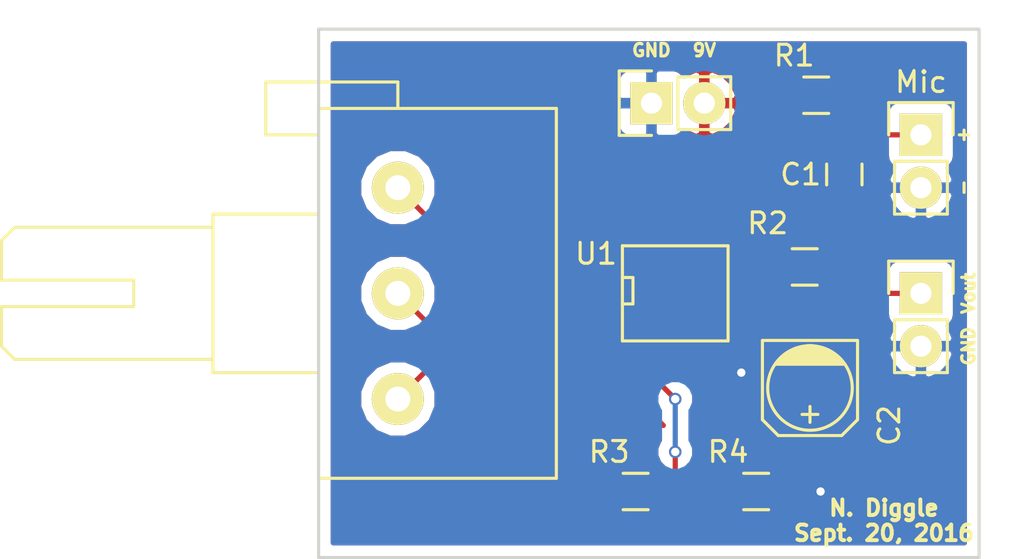
<source format=kicad_pcb>
(kicad_pcb (version 4) (host pcbnew 4.0.2-stable)

  (general
    (links 18)
    (no_connects 1)
    (area 126.924999 88.824999 158.825001 114.375001)
    (thickness 1.6)
    (drawings 11)
    (tracks 37)
    (zones 0)
    (modules 11)
    (nets 9)
  )

  (page A4)
  (layers
    (0 F.Cu signal)
    (31 B.Cu signal)
    (32 B.Adhes user)
    (33 F.Adhes user)
    (34 B.Paste user)
    (35 F.Paste user)
    (36 B.SilkS user)
    (37 F.SilkS user)
    (38 B.Mask user)
    (39 F.Mask user)
    (40 Dwgs.User user)
    (41 Cmts.User user)
    (42 Eco1.User user)
    (43 Eco2.User user)
    (44 Edge.Cuts user)
    (45 Margin user)
    (46 B.CrtYd user)
    (47 F.CrtYd user)
    (48 B.Fab user)
    (49 F.Fab user)
  )

  (setup
    (last_trace_width 0.25)
    (trace_clearance 0.2)
    (zone_clearance 0.508)
    (zone_45_only no)
    (trace_min 0.2)
    (segment_width 0.2)
    (edge_width 0.15)
    (via_size 0.6)
    (via_drill 0.4)
    (via_min_size 0.4)
    (via_min_drill 0.3)
    (uvia_size 0.3)
    (uvia_drill 0.1)
    (uvias_allowed no)
    (uvia_min_size 0.2)
    (uvia_min_drill 0.1)
    (pcb_text_width 0.3)
    (pcb_text_size 1.5 1.5)
    (mod_edge_width 0.15)
    (mod_text_size 1 1)
    (mod_text_width 0.15)
    (pad_size 1.524 1.524)
    (pad_drill 0.762)
    (pad_to_mask_clearance 0.2)
    (aux_axis_origin 0 0)
    (visible_elements 7FFEFFFF)
    (pcbplotparams
      (layerselection 0x00030_80000001)
      (usegerberextensions false)
      (excludeedgelayer true)
      (linewidth 0.100000)
      (plotframeref false)
      (viasonmask false)
      (mode 1)
      (useauxorigin false)
      (hpglpennumber 1)
      (hpglpenspeed 20)
      (hpglpendiameter 15)
      (hpglpenoverlay 2)
      (psnegative false)
      (psa4output false)
      (plotreference true)
      (plotvalue true)
      (plotinvisibletext false)
      (padsonsilk false)
      (subtractmaskfromsilk false)
      (outputformat 1)
      (mirror false)
      (drillshape 1)
      (scaleselection 1)
      (outputdirectory ""))
  )

  (net 0 "")
  (net 1 "Net-(C1-Pad1)")
  (net 2 /Vin)
  (net 3 /Vfb)
  (net 4 GND)
  (net 5 +9V)
  (net 6 /V+)
  (net 7 /V-)
  (net 8 /Vout)

  (net_class Default "This is the default net class."
    (clearance 0.2)
    (trace_width 0.25)
    (via_dia 0.6)
    (via_drill 0.4)
    (uvia_dia 0.3)
    (uvia_drill 0.1)
    (add_net +9V)
    (add_net /V+)
    (add_net /V-)
    (add_net /Vfb)
    (add_net /Vin)
    (add_net /Vout)
    (add_net GND)
    (add_net "Net-(C1-Pad1)")
  )

  (module Capacitors_SMD:C_0805_HandSoldering (layer F.Cu) (tedit 541A9B8D) (tstamp 57E17F8E)
    (at 152.273 95.885 90)
    (descr "Capacitor SMD 0805, hand soldering")
    (tags "capacitor 0805")
    (path /57E16CB7)
    (attr smd)
    (fp_text reference C1 (at 0 -2.1 180) (layer F.SilkS)
      (effects (font (size 1 1) (thickness 0.15)))
    )
    (fp_text value 0.1uF (at 0 2.1 90) (layer F.Fab)
      (effects (font (size 1 1) (thickness 0.15)))
    )
    (fp_line (start -2.3 -1) (end 2.3 -1) (layer F.CrtYd) (width 0.05))
    (fp_line (start -2.3 1) (end 2.3 1) (layer F.CrtYd) (width 0.05))
    (fp_line (start -2.3 -1) (end -2.3 1) (layer F.CrtYd) (width 0.05))
    (fp_line (start 2.3 -1) (end 2.3 1) (layer F.CrtYd) (width 0.05))
    (fp_line (start 0.5 -0.85) (end -0.5 -0.85) (layer F.SilkS) (width 0.15))
    (fp_line (start -0.5 0.85) (end 0.5 0.85) (layer F.SilkS) (width 0.15))
    (pad 1 smd rect (at -1.25 0 90) (size 1.5 1.25) (layers F.Cu F.Paste F.Mask)
      (net 1 "Net-(C1-Pad1)"))
    (pad 2 smd rect (at 1.25 0 90) (size 1.5 1.25) (layers F.Cu F.Paste F.Mask)
      (net 2 /Vin))
    (model Capacitors_SMD.3dshapes/C_0805_HandSoldering.wrl
      (at (xyz 0 0 0))
      (scale (xyz 1 1 1))
      (rotate (xyz 0 0 0))
    )
  )

  (module Capacitors_SMD:c_elec_4x5.3 (layer F.Cu) (tedit 556FDE77) (tstamp 57E17F94)
    (at 150.622 106.14914 270)
    (descr "SMT capacitor, aluminium electrolytic, 4x5.3")
    (path /57E17350)
    (attr smd)
    (fp_text reference C2 (at 1.80086 -3.81 270) (layer F.SilkS)
      (effects (font (size 1 1) (thickness 0.15)))
    )
    (fp_text value 4.7uF (at 0 3.175 270) (layer F.Fab)
      (effects (font (size 1 1) (thickness 0.15)))
    )
    (fp_line (start -3.35 -2.65) (end 3.35 -2.65) (layer F.CrtYd) (width 0.05))
    (fp_line (start 3.35 -2.65) (end 3.35 2.65) (layer F.CrtYd) (width 0.05))
    (fp_line (start 3.35 2.65) (end -3.35 2.65) (layer F.CrtYd) (width 0.05))
    (fp_line (start -3.35 2.65) (end -3.35 -2.65) (layer F.CrtYd) (width 0.05))
    (fp_line (start 1.651 0) (end 0.889 0) (layer F.SilkS) (width 0.15))
    (fp_line (start 1.27 -0.381) (end 1.27 0.381) (layer F.SilkS) (width 0.15))
    (fp_line (start 1.524 2.286) (end -2.286 2.286) (layer F.SilkS) (width 0.15))
    (fp_line (start 2.286 -1.524) (end 2.286 1.524) (layer F.SilkS) (width 0.15))
    (fp_line (start 1.524 2.286) (end 2.286 1.524) (layer F.SilkS) (width 0.15))
    (fp_line (start 1.524 -2.286) (end -2.286 -2.286) (layer F.SilkS) (width 0.15))
    (fp_line (start 1.524 -2.286) (end 2.286 -1.524) (layer F.SilkS) (width 0.15))
    (fp_line (start -2.032 0.127) (end -2.032 -0.127) (layer F.SilkS) (width 0.15))
    (fp_line (start -1.905 -0.635) (end -1.905 0.635) (layer F.SilkS) (width 0.15))
    (fp_line (start -1.778 0.889) (end -1.778 -0.889) (layer F.SilkS) (width 0.15))
    (fp_line (start -1.651 1.143) (end -1.651 -1.143) (layer F.SilkS) (width 0.15))
    (fp_line (start -1.524 -1.27) (end -1.524 1.27) (layer F.SilkS) (width 0.15))
    (fp_line (start -1.397 1.397) (end -1.397 -1.397) (layer F.SilkS) (width 0.15))
    (fp_line (start -1.27 -1.524) (end -1.27 1.524) (layer F.SilkS) (width 0.15))
    (fp_line (start -1.143 -1.651) (end -1.143 1.651) (layer F.SilkS) (width 0.15))
    (fp_line (start -2.286 -2.286) (end -2.286 2.286) (layer F.SilkS) (width 0.15))
    (fp_circle (center 0 0) (end -2.032 0) (layer F.SilkS) (width 0.15))
    (pad 1 smd rect (at 1.80086 0 270) (size 2.60096 1.6002) (layers F.Cu F.Paste F.Mask)
      (net 3 /Vfb))
    (pad 2 smd rect (at -1.80086 0 270) (size 2.60096 1.6002) (layers F.Cu F.Paste F.Mask)
      (net 8 /Vout))
    (model Capacitors_SMD.3dshapes/c_elec_4x5.3.wrl
      (at (xyz 0 0 0))
      (scale (xyz 1 1 1))
      (rotate (xyz 0 0 0))
    )
  )

  (module Pin_Headers:Pin_Header_Straight_1x02 (layer F.Cu) (tedit 57E17BEF) (tstamp 57E17F9A)
    (at 155.956 93.98)
    (descr "Through hole pin header")
    (tags "pin header")
    (path /57E16C1D)
    (fp_text reference Mic (at 0 -2.54 180) (layer F.SilkS)
      (effects (font (size 1 1) (thickness 0.15)))
    )
    (fp_text value EM-6022P (at 0 -3.1) (layer F.Fab)
      (effects (font (size 1 1) (thickness 0.15)))
    )
    (fp_line (start 1.27 1.27) (end 1.27 3.81) (layer F.SilkS) (width 0.15))
    (fp_line (start 1.55 -1.55) (end 1.55 0) (layer F.SilkS) (width 0.15))
    (fp_line (start -1.75 -1.75) (end -1.75 4.3) (layer F.CrtYd) (width 0.05))
    (fp_line (start 1.75 -1.75) (end 1.75 4.3) (layer F.CrtYd) (width 0.05))
    (fp_line (start -1.75 -1.75) (end 1.75 -1.75) (layer F.CrtYd) (width 0.05))
    (fp_line (start -1.75 4.3) (end 1.75 4.3) (layer F.CrtYd) (width 0.05))
    (fp_line (start 1.27 1.27) (end -1.27 1.27) (layer F.SilkS) (width 0.15))
    (fp_line (start -1.55 0) (end -1.55 -1.55) (layer F.SilkS) (width 0.15))
    (fp_line (start -1.55 -1.55) (end 1.55 -1.55) (layer F.SilkS) (width 0.15))
    (fp_line (start -1.27 1.27) (end -1.27 3.81) (layer F.SilkS) (width 0.15))
    (fp_line (start -1.27 3.81) (end 1.27 3.81) (layer F.SilkS) (width 0.15))
    (pad 1 thru_hole rect (at 0 0) (size 2.032 2.032) (drill 1.016) (layers *.Cu *.Mask F.SilkS)
      (net 2 /Vin))
    (pad 2 thru_hole oval (at 0 2.54) (size 2.032 2.032) (drill 1.016) (layers *.Cu *.Mask F.SilkS)
      (net 4 GND))
    (model Pin_Headers.3dshapes/Pin_Header_Straight_1x02.wrl
      (at (xyz 0 -0.05 0))
      (scale (xyz 1 1 1))
      (rotate (xyz 0 0 90))
    )
  )

  (module Pin_Headers:Pin_Header_Straight_1x02 (layer F.Cu) (tedit 57E17C78) (tstamp 57E17FA0)
    (at 143.002 92.456 90)
    (descr "Through hole pin header")
    (tags "pin header")
    (path /57E17D9E)
    (fp_text reference P1 (at 1.651 -3.175 180) (layer F.SilkS) hide
      (effects (font (size 1 1) (thickness 0.15)))
    )
    (fp_text value CONN_01X02 (at 0 -3.1 90) (layer F.Fab)
      (effects (font (size 1 1) (thickness 0.15)))
    )
    (fp_line (start 1.27 1.27) (end 1.27 3.81) (layer F.SilkS) (width 0.15))
    (fp_line (start 1.55 -1.55) (end 1.55 0) (layer F.SilkS) (width 0.15))
    (fp_line (start -1.75 -1.75) (end -1.75 4.3) (layer F.CrtYd) (width 0.05))
    (fp_line (start 1.75 -1.75) (end 1.75 4.3) (layer F.CrtYd) (width 0.05))
    (fp_line (start -1.75 -1.75) (end 1.75 -1.75) (layer F.CrtYd) (width 0.05))
    (fp_line (start -1.75 4.3) (end 1.75 4.3) (layer F.CrtYd) (width 0.05))
    (fp_line (start 1.27 1.27) (end -1.27 1.27) (layer F.SilkS) (width 0.15))
    (fp_line (start -1.55 0) (end -1.55 -1.55) (layer F.SilkS) (width 0.15))
    (fp_line (start -1.55 -1.55) (end 1.55 -1.55) (layer F.SilkS) (width 0.15))
    (fp_line (start -1.27 1.27) (end -1.27 3.81) (layer F.SilkS) (width 0.15))
    (fp_line (start -1.27 3.81) (end 1.27 3.81) (layer F.SilkS) (width 0.15))
    (pad 1 thru_hole rect (at 0 0 90) (size 2.032 2.032) (drill 1.016) (layers *.Cu *.Mask F.SilkS)
      (net 4 GND))
    (pad 2 thru_hole oval (at 0 2.54 90) (size 2.032 2.032) (drill 1.016) (layers *.Cu *.Mask F.SilkS)
      (net 5 +9V))
    (model Pin_Headers.3dshapes/Pin_Header_Straight_1x02.wrl
      (at (xyz 0 -0.05 0))
      (scale (xyz 1 1 1))
      (rotate (xyz 0 0 90))
    )
  )

  (module Pin_Headers:Pin_Header_Straight_1x02 (layer F.Cu) (tedit 54EA090C) (tstamp 57E17FA6)
    (at 155.956 101.6)
    (descr "Through hole pin header")
    (tags "pin header")
    (path /57E17E93)
    (fp_text reference P2 (at 0 -5.1) (layer F.SilkS)
      (effects (font (size 1 1) (thickness 0.15)))
    )
    (fp_text value CONN_01X02 (at 0 -3.1) (layer F.Fab)
      (effects (font (size 1 1) (thickness 0.15)))
    )
    (fp_line (start 1.27 1.27) (end 1.27 3.81) (layer F.SilkS) (width 0.15))
    (fp_line (start 1.55 -1.55) (end 1.55 0) (layer F.SilkS) (width 0.15))
    (fp_line (start -1.75 -1.75) (end -1.75 4.3) (layer F.CrtYd) (width 0.05))
    (fp_line (start 1.75 -1.75) (end 1.75 4.3) (layer F.CrtYd) (width 0.05))
    (fp_line (start -1.75 -1.75) (end 1.75 -1.75) (layer F.CrtYd) (width 0.05))
    (fp_line (start -1.75 4.3) (end 1.75 4.3) (layer F.CrtYd) (width 0.05))
    (fp_line (start 1.27 1.27) (end -1.27 1.27) (layer F.SilkS) (width 0.15))
    (fp_line (start -1.55 0) (end -1.55 -1.55) (layer F.SilkS) (width 0.15))
    (fp_line (start -1.55 -1.55) (end 1.55 -1.55) (layer F.SilkS) (width 0.15))
    (fp_line (start -1.27 1.27) (end -1.27 3.81) (layer F.SilkS) (width 0.15))
    (fp_line (start -1.27 3.81) (end 1.27 3.81) (layer F.SilkS) (width 0.15))
    (pad 1 thru_hole rect (at 0 0) (size 2.032 2.032) (drill 1.016) (layers *.Cu *.Mask F.SilkS)
      (net 8 /Vout))
    (pad 2 thru_hole oval (at 0 2.54) (size 2.032 2.032) (drill 1.016) (layers *.Cu *.Mask F.SilkS)
      (net 4 GND))
    (model Pin_Headers.3dshapes/Pin_Header_Straight_1x02.wrl
      (at (xyz 0 -0.05 0))
      (scale (xyz 1 1 1))
      (rotate (xyz 0 0 90))
    )
  )

  (module Resistors_SMD:R_0805_HandSoldering (layer F.Cu) (tedit 54189DEE) (tstamp 57E17FAC)
    (at 150.923 92.075)
    (descr "Resistor SMD 0805, hand soldering")
    (tags "resistor 0805")
    (path /57E16E0D)
    (attr smd)
    (fp_text reference R1 (at -1.063 -1.905) (layer F.SilkS)
      (effects (font (size 1 1) (thickness 0.15)))
    )
    (fp_text value 10k (at 0 2.1) (layer F.Fab)
      (effects (font (size 1 1) (thickness 0.15)))
    )
    (fp_line (start -2.4 -1) (end 2.4 -1) (layer F.CrtYd) (width 0.05))
    (fp_line (start -2.4 1) (end 2.4 1) (layer F.CrtYd) (width 0.05))
    (fp_line (start -2.4 -1) (end -2.4 1) (layer F.CrtYd) (width 0.05))
    (fp_line (start 2.4 -1) (end 2.4 1) (layer F.CrtYd) (width 0.05))
    (fp_line (start 0.6 0.875) (end -0.6 0.875) (layer F.SilkS) (width 0.15))
    (fp_line (start -0.6 -0.875) (end 0.6 -0.875) (layer F.SilkS) (width 0.15))
    (pad 1 smd rect (at -1.35 0) (size 1.5 1.3) (layers F.Cu F.Paste F.Mask)
      (net 5 +9V))
    (pad 2 smd rect (at 1.35 0) (size 1.5 1.3) (layers F.Cu F.Paste F.Mask)
      (net 2 /Vin))
    (model Resistors_SMD.3dshapes/R_0805_HandSoldering.wrl
      (at (xyz 0 0 0))
      (scale (xyz 1 1 1))
      (rotate (xyz 0 0 0))
    )
  )

  (module Resistors_SMD:R_0805_HandSoldering (layer F.Cu) (tedit 54189DEE) (tstamp 57E17FB2)
    (at 150.368 100.33)
    (descr "Resistor SMD 0805, hand soldering")
    (tags "resistor 0805")
    (path /57E16E44)
    (attr smd)
    (fp_text reference R2 (at -1.778 -2.1) (layer F.SilkS)
      (effects (font (size 1 1) (thickness 0.15)))
    )
    (fp_text value 1k (at 0 2.1) (layer F.Fab)
      (effects (font (size 1 1) (thickness 0.15)))
    )
    (fp_line (start -2.4 -1) (end 2.4 -1) (layer F.CrtYd) (width 0.05))
    (fp_line (start -2.4 1) (end 2.4 1) (layer F.CrtYd) (width 0.05))
    (fp_line (start -2.4 -1) (end -2.4 1) (layer F.CrtYd) (width 0.05))
    (fp_line (start 2.4 -1) (end 2.4 1) (layer F.CrtYd) (width 0.05))
    (fp_line (start 0.6 0.875) (end -0.6 0.875) (layer F.SilkS) (width 0.15))
    (fp_line (start -0.6 -0.875) (end 0.6 -0.875) (layer F.SilkS) (width 0.15))
    (pad 1 smd rect (at -1.35 0) (size 1.5 1.3) (layers F.Cu F.Paste F.Mask)
      (net 6 /V+))
    (pad 2 smd rect (at 1.35 0) (size 1.5 1.3) (layers F.Cu F.Paste F.Mask)
      (net 1 "Net-(C1-Pad1)"))
    (model Resistors_SMD.3dshapes/R_0805_HandSoldering.wrl
      (at (xyz 0 0 0))
      (scale (xyz 1 1 1))
      (rotate (xyz 0 0 0))
    )
  )

  (module Resistors_SMD:R_0805_HandSoldering (layer F.Cu) (tedit 54189DEE) (tstamp 57E17FB8)
    (at 142.24 111.125 180)
    (descr "Resistor SMD 0805, hand soldering")
    (tags "resistor 0805")
    (path /57E16E9A)
    (attr smd)
    (fp_text reference R3 (at 1.27 1.905 180) (layer F.SilkS)
      (effects (font (size 1 1) (thickness 0.15)))
    )
    (fp_text value 10k (at 0 2.1 180) (layer F.Fab)
      (effects (font (size 1 1) (thickness 0.15)))
    )
    (fp_line (start -2.4 -1) (end 2.4 -1) (layer F.CrtYd) (width 0.05))
    (fp_line (start -2.4 1) (end 2.4 1) (layer F.CrtYd) (width 0.05))
    (fp_line (start -2.4 -1) (end -2.4 1) (layer F.CrtYd) (width 0.05))
    (fp_line (start 2.4 -1) (end 2.4 1) (layer F.CrtYd) (width 0.05))
    (fp_line (start 0.6 0.875) (end -0.6 0.875) (layer F.SilkS) (width 0.15))
    (fp_line (start -0.6 -0.875) (end 0.6 -0.875) (layer F.SilkS) (width 0.15))
    (pad 1 smd rect (at -1.35 0 180) (size 1.5 1.3) (layers F.Cu F.Paste F.Mask)
      (net 7 /V-))
    (pad 2 smd rect (at 1.35 0 180) (size 1.5 1.3) (layers F.Cu F.Paste F.Mask)
      (net 5 +9V))
    (model Resistors_SMD.3dshapes/R_0805_HandSoldering.wrl
      (at (xyz 0 0 0))
      (scale (xyz 1 1 1))
      (rotate (xyz 0 0 0))
    )
  )

  (module Resistors_SMD:R_0805_HandSoldering (layer F.Cu) (tedit 54189DEE) (tstamp 57E17FBE)
    (at 148.035 111.125 180)
    (descr "Resistor SMD 0805, hand soldering")
    (tags "resistor 0805")
    (path /57E16EDC)
    (attr smd)
    (fp_text reference R4 (at 1.35 1.905 180) (layer F.SilkS)
      (effects (font (size 1 1) (thickness 0.15)))
    )
    (fp_text value 10k (at 0 2.1 180) (layer F.Fab)
      (effects (font (size 1 1) (thickness 0.15)))
    )
    (fp_line (start -2.4 -1) (end 2.4 -1) (layer F.CrtYd) (width 0.05))
    (fp_line (start -2.4 1) (end 2.4 1) (layer F.CrtYd) (width 0.05))
    (fp_line (start -2.4 -1) (end -2.4 1) (layer F.CrtYd) (width 0.05))
    (fp_line (start 2.4 -1) (end 2.4 1) (layer F.CrtYd) (width 0.05))
    (fp_line (start 0.6 0.875) (end -0.6 0.875) (layer F.SilkS) (width 0.15))
    (fp_line (start -0.6 -0.875) (end 0.6 -0.875) (layer F.SilkS) (width 0.15))
    (pad 1 smd rect (at -1.35 0 180) (size 1.5 1.3) (layers F.Cu F.Paste F.Mask)
      (net 4 GND))
    (pad 2 smd rect (at 1.35 0 180) (size 1.5 1.3) (layers F.Cu F.Paste F.Mask)
      (net 7 /V-))
    (model Resistors_SMD.3dshapes/R_0805_HandSoldering.wrl
      (at (xyz 0 0 0))
      (scale (xyz 1 1 1))
      (rotate (xyz 0 0 0))
    )
  )

  (module Potentiometers:Potentiometer_Alps-RK163-single_15mm (layer F.Cu) (tedit 57E17C83) (tstamp 57E17FC5)
    (at 130.81 96.52 180)
    (descr "Potentiometer, Alps, RK163, single")
    (tags "Potentiometer, Alps, RK163, single")
    (path /57E171B2)
    (fp_text reference RV1 (at -2.54 5.08 180) (layer F.SilkS) hide
      (effects (font (size 1 1) (thickness 0.15)))
    )
    (fp_text value 100k (at -3.175 5.08 180) (layer F.Fab)
      (effects (font (size 1 1) (thickness 0.15)))
    )
    (fp_line (start 19.05 -5.715) (end 19.05 -7.62) (layer F.SilkS) (width 0.15))
    (fp_line (start 19.05 -2.54) (end 19.05 -4.445) (layer F.SilkS) (width 0.15))
    (fp_line (start 12.7 -5.715) (end 12.7 -4.445) (layer F.SilkS) (width 0.15))
    (fp_line (start 0 5.08) (end 6.35 5.08) (layer F.SilkS) (width 0.15))
    (fp_line (start 6.35 5.08) (end 6.35 2.54) (layer F.SilkS) (width 0.15))
    (fp_line (start 6.35 2.54) (end 3.81 2.54) (layer F.SilkS) (width 0.15))
    (fp_line (start 0 5.08) (end 0 3.81) (layer F.SilkS) (width 0.15))
    (fp_line (start 12.7 -4.445) (end 19.05 -4.445) (layer F.SilkS) (width 0.15))
    (fp_line (start 19.05 -5.715) (end 12.7 -5.715) (layer F.SilkS) (width 0.15))
    (fp_line (start 8.89 -8.255) (end 18.415 -8.255) (layer F.SilkS) (width 0.15))
    (fp_line (start 18.415 -8.255) (end 19.05 -7.62) (layer F.SilkS) (width 0.15))
    (fp_line (start 19.05 -2.54) (end 18.415 -1.905) (layer F.SilkS) (width 0.15))
    (fp_line (start 18.415 -1.905) (end 8.89 -1.905) (layer F.SilkS) (width 0.15))
    (fp_line (start 3.81 -8.89) (end 8.89 -8.89) (layer F.SilkS) (width 0.15))
    (fp_line (start 8.89 -8.89) (end 8.89 -1.27) (layer F.SilkS) (width 0.15))
    (fp_line (start 8.89 -1.27) (end 3.81 -1.27) (layer F.SilkS) (width 0.15))
    (fp_line (start 3.81 -13.97) (end 3.81 3.81) (layer F.SilkS) (width 0.15))
    (fp_line (start 3.81 3.81) (end -7.62 3.81) (layer F.SilkS) (width 0.15))
    (fp_line (start -7.62 3.81) (end -7.62 -13.97) (layer F.SilkS) (width 0.15))
    (fp_line (start -7.62 -13.97) (end 3.81 -13.97) (layer F.SilkS) (width 0.15))
    (pad 2 thru_hole circle (at 0 -5.08 180) (size 2.49936 2.49936) (drill 1.19888) (layers *.Cu *.Mask F.SilkS)
      (net 3 /Vfb))
    (pad 3 thru_hole circle (at 0 -10.16 180) (size 2.49936 2.49936) (drill 1.19888) (layers *.Cu *.Mask F.SilkS)
      (net 3 /Vfb))
    (pad 1 thru_hole circle (at 0 0 180) (size 2.49936 2.49936) (drill 1.19888) (layers *.Cu *.Mask F.SilkS)
      (net 6 /V+))
    (model Potentiometers.3dshapes/Potentiometer_Alps-RK163-single_15mm.wrl
      (at (xyz 0 0 0))
      (scale (xyz 1 1 1))
      (rotate (xyz 0 0 0))
    )
  )

  (module SMD_Packages:SOIC-8-N (layer F.Cu) (tedit 0) (tstamp 57E17FD1)
    (at 144.145 101.6)
    (descr "Module Narrow CMS SOJ 8 pins large")
    (tags "CMS SOJ")
    (path /57E16F1E)
    (attr smd)
    (fp_text reference U1 (at -3.81 -1.905) (layer F.SilkS)
      (effects (font (size 1 1) (thickness 0.15)))
    )
    (fp_text value LM358 (at 0 1.27) (layer F.Fab)
      (effects (font (size 1 1) (thickness 0.15)))
    )
    (fp_line (start -2.54 -2.286) (end 2.54 -2.286) (layer F.SilkS) (width 0.15))
    (fp_line (start 2.54 -2.286) (end 2.54 2.286) (layer F.SilkS) (width 0.15))
    (fp_line (start 2.54 2.286) (end -2.54 2.286) (layer F.SilkS) (width 0.15))
    (fp_line (start -2.54 2.286) (end -2.54 -2.286) (layer F.SilkS) (width 0.15))
    (fp_line (start -2.54 -0.762) (end -2.032 -0.762) (layer F.SilkS) (width 0.15))
    (fp_line (start -2.032 -0.762) (end -2.032 0.508) (layer F.SilkS) (width 0.15))
    (fp_line (start -2.032 0.508) (end -2.54 0.508) (layer F.SilkS) (width 0.15))
    (pad 8 smd rect (at -1.905 -3.175) (size 0.508 1.143) (layers F.Cu F.Paste F.Mask)
      (net 5 +9V))
    (pad 7 smd rect (at -0.635 -3.175) (size 0.508 1.143) (layers F.Cu F.Paste F.Mask))
    (pad 6 smd rect (at 0.635 -3.175) (size 0.508 1.143) (layers F.Cu F.Paste F.Mask))
    (pad 5 smd rect (at 1.905 -3.175) (size 0.508 1.143) (layers F.Cu F.Paste F.Mask))
    (pad 4 smd rect (at 1.905 3.175) (size 0.508 1.143) (layers F.Cu F.Paste F.Mask)
      (net 4 GND))
    (pad 3 smd rect (at 0.635 3.175) (size 0.508 1.143) (layers F.Cu F.Paste F.Mask)
      (net 6 /V+))
    (pad 2 smd rect (at -0.635 3.175) (size 0.508 1.143) (layers F.Cu F.Paste F.Mask)
      (net 7 /V-))
    (pad 1 smd rect (at -1.905 3.175) (size 0.508 1.143) (layers F.Cu F.Paste F.Mask)
      (net 3 /Vfb))
    (model SMD_Packages.3dshapes/SOIC-8-N.wrl
      (at (xyz 0 0 0))
      (scale (xyz 0.5 0.38 0.5))
      (rotate (xyz 0 0 0))
    )
  )

  (gr_text "N. Diggle\nSept. 20, 2016" (at 154.178 112.522) (layer F.SilkS)
    (effects (font (size 0.75 0.75) (thickness 0.1875)))
  )
  (gr_text Vout (at 158.242 101.6 90) (layer F.SilkS) (tstamp 57E182CB)
    (effects (font (size 0.6 0.6) (thickness 0.15)))
  )
  (gr_text GND (at 158.242 104.14 90) (layer F.SilkS) (tstamp 57E182CA)
    (effects (font (size 0.6 0.6) (thickness 0.15)))
  )
  (gr_text - (at 157.988 96.52 90) (layer F.SilkS) (tstamp 57E182A5)
    (effects (font (size 0.6 0.6) (thickness 0.15)))
  )
  (gr_text + (at 157.988 93.98 90) (layer F.SilkS) (tstamp 57E182A2)
    (effects (font (size 0.6 0.6) (thickness 0.15)))
  )
  (gr_text GND (at 143.002 89.916) (layer F.SilkS) (tstamp 57E1829F)
    (effects (font (size 0.6 0.6) (thickness 0.15)))
  )
  (gr_text 9V (at 145.542 89.916) (layer F.SilkS)
    (effects (font (size 0.6 0.6) (thickness 0.15)))
  )
  (gr_line (start 158.75 114.3) (end 127 114.3) (layer Edge.Cuts) (width 0.15))
  (gr_line (start 158.75 88.9) (end 158.75 114.3) (layer Edge.Cuts) (width 0.15))
  (gr_line (start 127 88.9) (end 158.75 88.9) (layer Edge.Cuts) (width 0.15))
  (gr_line (start 127 114.3) (end 127 88.9) (layer Edge.Cuts) (width 0.15))

  (segment (start 152.273 97.135) (end 152.273 99.775) (width 0.25) (layer F.Cu) (net 1))
  (segment (start 152.273 99.775) (end 151.718 100.33) (width 0.25) (layer F.Cu) (net 1))
  (segment (start 152.928 93.98) (end 155.956 93.98) (width 0.25) (layer F.Cu) (net 2))
  (segment (start 152.273 92.075) (end 152.273 92.975) (width 0.25) (layer F.Cu) (net 2))
  (segment (start 152.273 92.975) (end 152.273 94.635) (width 0.25) (layer F.Cu) (net 2))
  (segment (start 152.928 93.98) (end 152.273 94.635) (width 0.25) (layer F.Cu) (net 2))
  (segment (start 132.715 104.775) (end 142.24 104.775) (width 0.25) (layer F.Cu) (net 3))
  (segment (start 142.24 104.775) (end 142.24 106.619217) (width 0.25) (layer F.Cu) (net 3))
  (segment (start 142.24 106.619217) (end 143.570783 107.95) (width 0.25) (layer F.Cu) (net 3))
  (segment (start 132.715 103.505) (end 132.715 104.775) (width 0.25) (layer F.Cu) (net 3))
  (segment (start 130.81 101.6) (end 132.715 103.505) (width 0.25) (layer F.Cu) (net 3))
  (segment (start 132.715 104.775) (end 130.81 106.68) (width 0.25) (layer F.Cu) (net 3))
  (segment (start 149.385 111.125) (end 151.13 111.125) (width 0.25) (layer F.Cu) (net 4))
  (via (at 151.13 111.125) (size 0.6) (drill 0.4) (layers F.Cu B.Cu) (net 4))
  (segment (start 146.05 104.775) (end 146.685 104.775) (width 0.25) (layer F.Cu) (net 4))
  (segment (start 146.685 104.775) (end 147.32 105.41) (width 0.25) (layer F.Cu) (net 4))
  (via (at 147.32 105.41) (size 0.6) (drill 0.4) (layers F.Cu B.Cu) (net 4))
  (segment (start 149.018 100.33) (end 147.51 100.33) (width 0.25) (layer F.Cu) (net 6))
  (segment (start 137.35 103.06) (end 144.78 103.06) (width 0.25) (layer F.Cu) (net 6))
  (segment (start 144.78 103.06) (end 147.51 100.33) (width 0.25) (layer F.Cu) (net 6))
  (segment (start 137.35 103.06) (end 130.81 96.52) (width 0.25) (layer F.Cu) (net 6))
  (segment (start 144.78 103.06) (end 144.78 103.9535) (width 0.25) (layer F.Cu) (net 6))
  (segment (start 144.78 103.9535) (end 144.78 104.775) (width 0.25) (layer F.Cu) (net 6))
  (segment (start 146.685 111.125) (end 143.59 111.125) (width 0.25) (layer F.Cu) (net 7))
  (segment (start 144.145 109.22) (end 144.145 110.57) (width 0.25) (layer F.Cu) (net 7))
  (segment (start 144.145 110.57) (end 143.59 111.125) (width 0.25) (layer F.Cu) (net 7))
  (via (at 144.145 109.22) (size 0.6) (drill 0.4) (layers F.Cu B.Cu) (net 7))
  (segment (start 144.145 106.68) (end 144.145 109.22) (width 0.25) (layer B.Cu) (net 7))
  (segment (start 143.51 104.775) (end 143.51 106.045) (width 0.25) (layer F.Cu) (net 7))
  (segment (start 143.51 106.045) (end 144.145 106.68) (width 0.25) (layer F.Cu) (net 7))
  (via (at 144.145 106.68) (size 0.6) (drill 0.4) (layers F.Cu B.Cu) (net 7))
  (segment (start 143.51 111.045) (end 143.59 111.125) (width 0.25) (layer F.Cu) (net 7))
  (segment (start 143.49 111.125) (end 143.59 111.125) (width 0.25) (layer F.Cu) (net 7))
  (segment (start 146.585 111.125) (end 146.685 111.125) (width 0.25) (layer F.Cu) (net 7))
  (segment (start 152.8699 101.6) (end 155.956 101.6) (width 0.25) (layer F.Cu) (net 8))
  (segment (start 152.8699 101.6) (end 150.622 103.8479) (width 0.25) (layer F.Cu) (net 8))
  (segment (start 150.622 103.8479) (end 150.622 104.34828) (width 0.25) (layer F.Cu) (net 8))

  (zone (net 5) (net_name +9V) (layer F.Cu) (tstamp 0) (hatch edge 0.508)
    (connect_pads (clearance 0.508))
    (min_thickness 0.254)
    (fill yes (arc_segments 16) (thermal_gap 0.508) (thermal_bridge_width 0.508))
    (polygon
      (pts
        (xy 127.127 114.173) (xy 127.127 89.027) (xy 158.623 89.027) (xy 158.623 114.173)
      )
    )
    (filled_polygon
      (pts
        (xy 158.04 113.59) (xy 127.71 113.59) (xy 127.71 111.41075) (xy 139.505 111.41075) (xy 139.505 111.90131)
        (xy 139.601673 112.134699) (xy 139.780302 112.313327) (xy 140.013691 112.41) (xy 140.60425 112.41) (xy 140.763 112.25125)
        (xy 140.763 111.252) (xy 139.66375 111.252) (xy 139.505 111.41075) (xy 127.71 111.41075) (xy 127.71 110.34869)
        (xy 139.505 110.34869) (xy 139.505 110.83925) (xy 139.66375 110.998) (xy 140.763 110.998) (xy 140.763 109.99875)
        (xy 140.60425 109.84) (xy 140.013691 109.84) (xy 139.780302 109.936673) (xy 139.601673 110.115301) (xy 139.505 110.34869)
        (xy 127.71 110.34869) (xy 127.71 96.893241) (xy 128.924994 96.893241) (xy 129.211314 97.586191) (xy 129.741021 98.116822)
        (xy 130.433469 98.404352) (xy 131.183241 98.405006) (xy 131.492444 98.277246) (xy 136.812599 103.597401) (xy 137.059161 103.762148)
        (xy 137.35 103.82) (xy 141.479494 103.82) (xy 141.389569 103.95161) (xy 141.376732 104.015) (xy 133.475 104.015)
        (xy 133.475 103.505) (xy 133.417148 103.214161) (xy 133.252401 102.967599) (xy 132.567302 102.2825) (xy 132.694352 101.976531)
        (xy 132.695006 101.226759) (xy 132.408686 100.533809) (xy 131.878979 100.003178) (xy 131.186531 99.715648) (xy 130.436759 99.714994)
        (xy 129.743809 100.001314) (xy 129.213178 100.531021) (xy 128.925648 101.223469) (xy 128.924994 101.973241) (xy 129.211314 102.666191)
        (xy 129.741021 103.196822) (xy 130.433469 103.484352) (xy 131.183241 103.485006) (xy 131.492444 103.357246) (xy 131.955 103.819802)
        (xy 131.955 104.460198) (xy 131.4925 104.922698) (xy 131.186531 104.795648) (xy 130.436759 104.794994) (xy 129.743809 105.081314)
        (xy 129.213178 105.611021) (xy 128.925648 106.303469) (xy 128.924994 107.053241) (xy 129.211314 107.746191) (xy 129.741021 108.276822)
        (xy 130.433469 108.564352) (xy 131.183241 108.565006) (xy 131.876191 108.278686) (xy 132.406822 107.748979) (xy 132.694352 107.056531)
        (xy 132.695006 106.306759) (xy 132.567246 105.997556) (xy 133.029802 105.535) (xy 141.374029 105.535) (xy 141.382838 105.581817)
        (xy 141.48 105.732811) (xy 141.48 106.619217) (xy 141.537852 106.910056) (xy 141.702599 107.156618) (xy 143.033382 108.487401)
        (xy 143.279943 108.652148) (xy 143.372046 108.670469) (xy 143.352808 108.689673) (xy 143.210162 109.033201) (xy 143.209838 109.405167)
        (xy 143.351883 109.748943) (xy 143.385 109.782118) (xy 143.385 109.82756) (xy 142.84 109.82756) (xy 142.604683 109.871838)
        (xy 142.388559 110.01091) (xy 142.243569 110.22311) (xy 142.236809 110.25649) (xy 142.178327 110.115301) (xy 141.999698 109.936673)
        (xy 141.766309 109.84) (xy 141.17575 109.84) (xy 141.017 109.99875) (xy 141.017 110.998) (xy 141.037 110.998)
        (xy 141.037 111.252) (xy 141.017 111.252) (xy 141.017 112.25125) (xy 141.17575 112.41) (xy 141.766309 112.41)
        (xy 141.999698 112.313327) (xy 142.178327 112.134699) (xy 142.234654 111.998713) (xy 142.236838 112.010317) (xy 142.37591 112.226441)
        (xy 142.58811 112.371431) (xy 142.84 112.42244) (xy 144.34 112.42244) (xy 144.575317 112.378162) (xy 144.791441 112.23909)
        (xy 144.936431 112.02689) (xy 144.965164 111.885) (xy 145.308258 111.885) (xy 145.331838 112.010317) (xy 145.47091 112.226441)
        (xy 145.68311 112.371431) (xy 145.935 112.42244) (xy 147.435 112.42244) (xy 147.670317 112.378162) (xy 147.886441 112.23909)
        (xy 148.031431 112.02689) (xy 148.034081 112.013803) (xy 148.17091 112.226441) (xy 148.38311 112.371431) (xy 148.635 112.42244)
        (xy 150.135 112.42244) (xy 150.370317 112.378162) (xy 150.586441 112.23909) (xy 150.731431 112.02689) (xy 150.741702 111.976168)
        (xy 150.943201 112.059838) (xy 151.315167 112.060162) (xy 151.658943 111.918117) (xy 151.922192 111.655327) (xy 152.064838 111.311799)
        (xy 152.065162 110.939833) (xy 151.923117 110.596057) (xy 151.660327 110.332808) (xy 151.316799 110.190162) (xy 150.944833 110.189838)
        (xy 150.744369 110.272668) (xy 150.738162 110.239683) (xy 150.59909 110.023559) (xy 150.415211 109.89792) (xy 151.4221 109.89792)
        (xy 151.657417 109.853642) (xy 151.873541 109.71457) (xy 152.018531 109.50237) (xy 152.06954 109.25048) (xy 152.06954 106.64952)
        (xy 152.025262 106.414203) (xy 151.88619 106.198079) (xy 151.815816 106.149995) (xy 151.873541 106.11285) (xy 152.018531 105.90065)
        (xy 152.06954 105.64876) (xy 152.06954 103.475162) (xy 153.184702 102.36) (xy 154.29256 102.36) (xy 154.29256 102.616)
        (xy 154.336838 102.851317) (xy 154.47591 103.067441) (xy 154.624837 103.169198) (xy 154.39833 103.50819) (xy 154.272655 104.14)
        (xy 154.39833 104.77181) (xy 154.756222 105.307433) (xy 155.291845 105.665325) (xy 155.923655 105.791) (xy 155.988345 105.791)
        (xy 156.620155 105.665325) (xy 157.155778 105.307433) (xy 157.51367 104.77181) (xy 157.639345 104.14) (xy 157.51367 103.50819)
        (xy 157.286501 103.168208) (xy 157.423441 103.08009) (xy 157.568431 102.86789) (xy 157.61944 102.616) (xy 157.61944 100.584)
        (xy 157.575162 100.348683) (xy 157.43609 100.132559) (xy 157.22389 99.987569) (xy 156.972 99.93656) (xy 154.94 99.93656)
        (xy 154.704683 99.980838) (xy 154.488559 100.11991) (xy 154.343569 100.33211) (xy 154.29256 100.584) (xy 154.29256 100.84)
        (xy 153.11544 100.84) (xy 153.11544 99.68) (xy 153.071162 99.444683) (xy 153.033 99.385378) (xy 153.033 98.507038)
        (xy 153.133317 98.488162) (xy 153.349441 98.34909) (xy 153.494431 98.13689) (xy 153.54544 97.885) (xy 153.54544 96.385)
        (xy 153.501162 96.149683) (xy 153.36209 95.933559) (xy 153.292289 95.885866) (xy 153.349441 95.84909) (xy 153.494431 95.63689)
        (xy 153.54544 95.385) (xy 153.54544 94.74) (xy 154.29256 94.74) (xy 154.29256 94.996) (xy 154.336838 95.231317)
        (xy 154.47591 95.447441) (xy 154.624837 95.549198) (xy 154.39833 95.88819) (xy 154.272655 96.52) (xy 154.39833 97.15181)
        (xy 154.756222 97.687433) (xy 155.291845 98.045325) (xy 155.923655 98.171) (xy 155.988345 98.171) (xy 156.620155 98.045325)
        (xy 157.155778 97.687433) (xy 157.51367 97.15181) (xy 157.639345 96.52) (xy 157.51367 95.88819) (xy 157.286501 95.548208)
        (xy 157.423441 95.46009) (xy 157.568431 95.24789) (xy 157.61944 94.996) (xy 157.61944 92.964) (xy 157.575162 92.728683)
        (xy 157.43609 92.512559) (xy 157.22389 92.367569) (xy 156.972 92.31656) (xy 154.94 92.31656) (xy 154.704683 92.360838)
        (xy 154.488559 92.49991) (xy 154.343569 92.71211) (xy 154.29256 92.964) (xy 154.29256 93.22) (xy 153.426406 93.22)
        (xy 153.474441 93.18909) (xy 153.619431 92.97689) (xy 153.67044 92.725) (xy 153.67044 91.425) (xy 153.626162 91.189683)
        (xy 153.48709 90.973559) (xy 153.27489 90.828569) (xy 153.023 90.77756) (xy 151.523 90.77756) (xy 151.287683 90.821838)
        (xy 151.071559 90.96091) (xy 150.926569 91.17311) (xy 150.919809 91.20649) (xy 150.861327 91.065301) (xy 150.682698 90.886673)
        (xy 150.449309 90.79) (xy 149.85875 90.79) (xy 149.7 90.94875) (xy 149.7 91.948) (xy 149.72 91.948)
        (xy 149.72 92.202) (xy 149.7 92.202) (xy 149.7 93.20125) (xy 149.85875 93.36) (xy 150.449309 93.36)
        (xy 150.682698 93.263327) (xy 150.861327 93.084699) (xy 150.917654 92.948713) (xy 150.919838 92.960317) (xy 151.05891 93.176441)
        (xy 151.27111 93.321431) (xy 151.331994 93.33376) (xy 151.196559 93.42091) (xy 151.051569 93.63311) (xy 151.00056 93.885)
        (xy 151.00056 95.385) (xy 151.044838 95.620317) (xy 151.18391 95.836441) (xy 151.253711 95.884134) (xy 151.196559 95.92091)
        (xy 151.051569 96.13311) (xy 151.00056 96.385) (xy 151.00056 97.885) (xy 151.044838 98.120317) (xy 151.18391 98.336441)
        (xy 151.39611 98.481431) (xy 151.513 98.505102) (xy 151.513 99.03256) (xy 150.968 99.03256) (xy 150.732683 99.076838)
        (xy 150.516559 99.21591) (xy 150.371569 99.42811) (xy 150.368919 99.441197) (xy 150.23209 99.228559) (xy 150.01989 99.083569)
        (xy 149.768 99.03256) (xy 148.268 99.03256) (xy 148.032683 99.076838) (xy 147.816559 99.21591) (xy 147.671569 99.42811)
        (xy 147.642836 99.57) (xy 147.51 99.57) (xy 147.219161 99.627852) (xy 146.972599 99.792599) (xy 144.465198 102.3)
        (xy 137.664802 102.3) (xy 134.075552 98.71075) (xy 141.351 98.71075) (xy 141.351 99.12281) (xy 141.447673 99.356199)
        (xy 141.626302 99.534827) (xy 141.859691 99.6315) (xy 141.95425 99.6315) (xy 142.113 99.47275) (xy 142.113 98.552)
        (xy 141.50975 98.552) (xy 141.351 98.71075) (xy 134.075552 98.71075) (xy 133.091992 97.72719) (xy 141.351 97.72719)
        (xy 141.351 98.13925) (xy 141.50975 98.298) (xy 142.113 98.298) (xy 142.113 97.37725) (xy 142.367 97.37725)
        (xy 142.367 98.298) (xy 142.387 98.298) (xy 142.387 98.552) (xy 142.367 98.552) (xy 142.367 99.47275)
        (xy 142.52575 99.6315) (xy 142.620309 99.6315) (xy 142.853698 99.534827) (xy 142.880235 99.508291) (xy 143.00411 99.592931)
        (xy 143.256 99.64394) (xy 143.764 99.64394) (xy 143.999317 99.599662) (xy 144.145907 99.505334) (xy 144.27411 99.592931)
        (xy 144.526 99.64394) (xy 145.034 99.64394) (xy 145.269317 99.599662) (xy 145.415907 99.505334) (xy 145.54411 99.592931)
        (xy 145.796 99.64394) (xy 146.304 99.64394) (xy 146.539317 99.599662) (xy 146.755441 99.46059) (xy 146.900431 99.24839)
        (xy 146.95144 98.9965) (xy 146.95144 97.8535) (xy 146.907162 97.618183) (xy 146.76809 97.402059) (xy 146.55589 97.257069)
        (xy 146.304 97.20606) (xy 145.796 97.20606) (xy 145.560683 97.250338) (xy 145.414093 97.344666) (xy 145.28589 97.257069)
        (xy 145.034 97.20606) (xy 144.526 97.20606) (xy 144.290683 97.250338) (xy 144.144093 97.344666) (xy 144.01589 97.257069)
        (xy 143.764 97.20606) (xy 143.256 97.20606) (xy 143.020683 97.250338) (xy 142.879629 97.341104) (xy 142.853698 97.315173)
        (xy 142.620309 97.2185) (xy 142.52575 97.2185) (xy 142.367 97.37725) (xy 142.113 97.37725) (xy 141.95425 97.2185)
        (xy 141.859691 97.2185) (xy 141.626302 97.315173) (xy 141.447673 97.493801) (xy 141.351 97.72719) (xy 133.091992 97.72719)
        (xy 132.567302 97.2025) (xy 132.694352 96.896531) (xy 132.695006 96.146759) (xy 132.408686 95.453809) (xy 131.878979 94.923178)
        (xy 131.186531 94.635648) (xy 130.436759 94.634994) (xy 129.743809 94.921314) (xy 129.213178 95.451021) (xy 128.925648 96.143469)
        (xy 128.924994 96.893241) (xy 127.71 96.893241) (xy 127.71 91.44) (xy 141.33856 91.44) (xy 141.33856 93.472)
        (xy 141.382838 93.707317) (xy 141.52191 93.923441) (xy 141.73411 94.068431) (xy 141.986 94.11944) (xy 144.018 94.11944)
        (xy 144.253317 94.075162) (xy 144.469441 93.93609) (xy 144.58084 93.773052) (xy 144.677182 93.862385) (xy 145.159056 94.061975)
        (xy 145.415 93.942836) (xy 145.415 92.583) (xy 145.669 92.583) (xy 145.669 93.942836) (xy 145.924944 94.061975)
        (xy 146.406818 93.862385) (xy 146.879188 93.424379) (xy 147.147983 92.838946) (xy 147.029367 92.583) (xy 145.669 92.583)
        (xy 145.415 92.583) (xy 145.395 92.583) (xy 145.395 92.36075) (xy 148.188 92.36075) (xy 148.188 92.85131)
        (xy 148.284673 93.084699) (xy 148.463302 93.263327) (xy 148.696691 93.36) (xy 149.28725 93.36) (xy 149.446 93.20125)
        (xy 149.446 92.202) (xy 148.34675 92.202) (xy 148.188 92.36075) (xy 145.395 92.36075) (xy 145.395 92.329)
        (xy 145.415 92.329) (xy 145.415 90.969164) (xy 145.669 90.969164) (xy 145.669 92.329) (xy 147.029367 92.329)
        (xy 147.147983 92.073054) (xy 146.879188 91.487621) (xy 146.675435 91.29869) (xy 148.188 91.29869) (xy 148.188 91.78925)
        (xy 148.34675 91.948) (xy 149.446 91.948) (xy 149.446 90.94875) (xy 149.28725 90.79) (xy 148.696691 90.79)
        (xy 148.463302 90.886673) (xy 148.284673 91.065301) (xy 148.188 91.29869) (xy 146.675435 91.29869) (xy 146.406818 91.049615)
        (xy 145.924944 90.850025) (xy 145.669 90.969164) (xy 145.415 90.969164) (xy 145.159056 90.850025) (xy 144.677182 91.049615)
        (xy 144.579602 91.140097) (xy 144.48209 90.988559) (xy 144.26989 90.843569) (xy 144.018 90.79256) (xy 141.986 90.79256)
        (xy 141.750683 90.836838) (xy 141.534559 90.97591) (xy 141.389569 91.18811) (xy 141.33856 91.44) (xy 127.71 91.44)
        (xy 127.71 89.61) (xy 158.04 89.61)
      )
    )
  )
  (zone (net 4) (net_name GND) (layer B.Cu) (tstamp 0) (hatch edge 0.508)
    (connect_pads (clearance 0.508))
    (min_thickness 0.254)
    (fill yes (arc_segments 16) (thermal_gap 0.508) (thermal_bridge_width 0.508))
    (polygon
      (pts
        (xy 127.127 114.173) (xy 127.127 89.027) (xy 158.623 89.027) (xy 158.623 114.173)
      )
    )
    (filled_polygon
      (pts
        (xy 158.04 113.59) (xy 127.71 113.59) (xy 127.71 107.053241) (xy 128.924994 107.053241) (xy 129.211314 107.746191)
        (xy 129.741021 108.276822) (xy 130.433469 108.564352) (xy 131.183241 108.565006) (xy 131.876191 108.278686) (xy 132.406822 107.748979)
        (xy 132.694352 107.056531) (xy 132.694518 106.865167) (xy 143.209838 106.865167) (xy 143.351883 107.208943) (xy 143.385 107.242118)
        (xy 143.385 108.657537) (xy 143.352808 108.689673) (xy 143.210162 109.033201) (xy 143.209838 109.405167) (xy 143.351883 109.748943)
        (xy 143.614673 110.012192) (xy 143.958201 110.154838) (xy 144.330167 110.155162) (xy 144.673943 110.013117) (xy 144.937192 109.750327)
        (xy 145.079838 109.406799) (xy 145.080162 109.034833) (xy 144.938117 108.691057) (xy 144.905 108.657882) (xy 144.905 107.242463)
        (xy 144.937192 107.210327) (xy 145.079838 106.866799) (xy 145.080162 106.494833) (xy 144.938117 106.151057) (xy 144.675327 105.887808)
        (xy 144.331799 105.745162) (xy 143.959833 105.744838) (xy 143.616057 105.886883) (xy 143.352808 106.149673) (xy 143.210162 106.493201)
        (xy 143.209838 106.865167) (xy 132.694518 106.865167) (xy 132.695006 106.306759) (xy 132.408686 105.613809) (xy 131.878979 105.083178)
        (xy 131.186531 104.795648) (xy 130.436759 104.794994) (xy 129.743809 105.081314) (xy 129.213178 105.611021) (xy 128.925648 106.303469)
        (xy 128.924994 107.053241) (xy 127.71 107.053241) (xy 127.71 104.522944) (xy 154.350025 104.522944) (xy 154.549615 105.004818)
        (xy 154.987621 105.477188) (xy 155.573054 105.745983) (xy 155.829 105.627367) (xy 155.829 104.267) (xy 156.083 104.267)
        (xy 156.083 105.627367) (xy 156.338946 105.745983) (xy 156.924379 105.477188) (xy 157.362385 105.004818) (xy 157.561975 104.522944)
        (xy 157.442836 104.267) (xy 156.083 104.267) (xy 155.829 104.267) (xy 154.469164 104.267) (xy 154.350025 104.522944)
        (xy 127.71 104.522944) (xy 127.71 101.973241) (xy 128.924994 101.973241) (xy 129.211314 102.666191) (xy 129.741021 103.196822)
        (xy 130.433469 103.484352) (xy 131.183241 103.485006) (xy 131.876191 103.198686) (xy 132.406822 102.668979) (xy 132.694352 101.976531)
        (xy 132.695006 101.226759) (xy 132.429425 100.584) (xy 154.29256 100.584) (xy 154.29256 102.616) (xy 154.336838 102.851317)
        (xy 154.47591 103.067441) (xy 154.638948 103.17884) (xy 154.549615 103.275182) (xy 154.350025 103.757056) (xy 154.469164 104.013)
        (xy 155.829 104.013) (xy 155.829 103.993) (xy 156.083 103.993) (xy 156.083 104.013) (xy 157.442836 104.013)
        (xy 157.561975 103.757056) (xy 157.362385 103.275182) (xy 157.271903 103.177602) (xy 157.423441 103.08009) (xy 157.568431 102.86789)
        (xy 157.61944 102.616) (xy 157.61944 100.584) (xy 157.575162 100.348683) (xy 157.43609 100.132559) (xy 157.22389 99.987569)
        (xy 156.972 99.93656) (xy 154.94 99.93656) (xy 154.704683 99.980838) (xy 154.488559 100.11991) (xy 154.343569 100.33211)
        (xy 154.29256 100.584) (xy 132.429425 100.584) (xy 132.408686 100.533809) (xy 131.878979 100.003178) (xy 131.186531 99.715648)
        (xy 130.436759 99.714994) (xy 129.743809 100.001314) (xy 129.213178 100.531021) (xy 128.925648 101.223469) (xy 128.924994 101.973241)
        (xy 127.71 101.973241) (xy 127.71 96.893241) (xy 128.924994 96.893241) (xy 129.211314 97.586191) (xy 129.741021 98.116822)
        (xy 130.433469 98.404352) (xy 131.183241 98.405006) (xy 131.876191 98.118686) (xy 132.406822 97.588979) (xy 132.691689 96.902944)
        (xy 154.350025 96.902944) (xy 154.549615 97.384818) (xy 154.987621 97.857188) (xy 155.573054 98.125983) (xy 155.829 98.007367)
        (xy 155.829 96.647) (xy 156.083 96.647) (xy 156.083 98.007367) (xy 156.338946 98.125983) (xy 156.924379 97.857188)
        (xy 157.362385 97.384818) (xy 157.561975 96.902944) (xy 157.442836 96.647) (xy 156.083 96.647) (xy 155.829 96.647)
        (xy 154.469164 96.647) (xy 154.350025 96.902944) (xy 132.691689 96.902944) (xy 132.694352 96.896531) (xy 132.695006 96.146759)
        (xy 132.408686 95.453809) (xy 131.878979 94.923178) (xy 131.186531 94.635648) (xy 130.436759 94.634994) (xy 129.743809 94.921314)
        (xy 129.213178 95.451021) (xy 128.925648 96.143469) (xy 128.924994 96.893241) (xy 127.71 96.893241) (xy 127.71 92.74175)
        (xy 141.351 92.74175) (xy 141.351 93.598309) (xy 141.447673 93.831698) (xy 141.626301 94.010327) (xy 141.85969 94.107)
        (xy 142.71625 94.107) (xy 142.875 93.94825) (xy 142.875 92.583) (xy 141.50975 92.583) (xy 141.351 92.74175)
        (xy 127.71 92.74175) (xy 127.71 91.313691) (xy 141.351 91.313691) (xy 141.351 92.17025) (xy 141.50975 92.329)
        (xy 142.875 92.329) (xy 142.875 90.96375) (xy 143.129 90.96375) (xy 143.129 92.329) (xy 143.149 92.329)
        (xy 143.149 92.583) (xy 143.129 92.583) (xy 143.129 93.94825) (xy 143.28775 94.107) (xy 144.14431 94.107)
        (xy 144.377699 94.010327) (xy 144.556327 93.831698) (xy 144.573999 93.789034) (xy 144.91019 94.01367) (xy 145.542 94.139345)
        (xy 146.17381 94.01367) (xy 146.709433 93.655778) (xy 147.067325 93.120155) (xy 147.098386 92.964) (xy 154.29256 92.964)
        (xy 154.29256 94.996) (xy 154.336838 95.231317) (xy 154.47591 95.447441) (xy 154.638948 95.55884) (xy 154.549615 95.655182)
        (xy 154.350025 96.137056) (xy 154.469164 96.393) (xy 155.829 96.393) (xy 155.829 96.373) (xy 156.083 96.373)
        (xy 156.083 96.393) (xy 157.442836 96.393) (xy 157.561975 96.137056) (xy 157.362385 95.655182) (xy 157.271903 95.557602)
        (xy 157.423441 95.46009) (xy 157.568431 95.24789) (xy 157.61944 94.996) (xy 157.61944 92.964) (xy 157.575162 92.728683)
        (xy 157.43609 92.512559) (xy 157.22389 92.367569) (xy 156.972 92.31656) (xy 154.94 92.31656) (xy 154.704683 92.360838)
        (xy 154.488559 92.49991) (xy 154.343569 92.71211) (xy 154.29256 92.964) (xy 147.098386 92.964) (xy 147.193 92.488345)
        (xy 147.193 92.423655) (xy 147.067325 91.791845) (xy 146.709433 91.256222) (xy 146.17381 90.89833) (xy 145.542 90.772655)
        (xy 144.91019 90.89833) (xy 144.573999 91.122966) (xy 144.556327 91.080302) (xy 144.377699 90.901673) (xy 144.14431 90.805)
        (xy 143.28775 90.805) (xy 143.129 90.96375) (xy 142.875 90.96375) (xy 142.71625 90.805) (xy 141.85969 90.805)
        (xy 141.626301 90.901673) (xy 141.447673 91.080302) (xy 141.351 91.313691) (xy 127.71 91.313691) (xy 127.71 89.61)
        (xy 158.04 89.61)
      )
    )
  )
)

</source>
